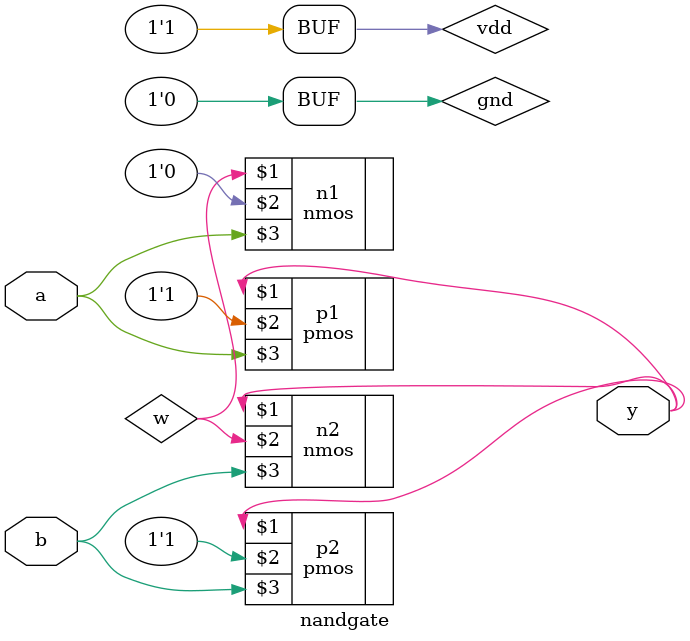
<source format=v>
module nandgate(
input a,b,
output y);

supply1 vdd;
supply0 gnd;
wire w;
pmos p1(y,vdd,a);
pmos p2(y,vdd,b);
nmos n1(w,gnd,a);
nmos n2(y,w,b);
endmodule


</source>
